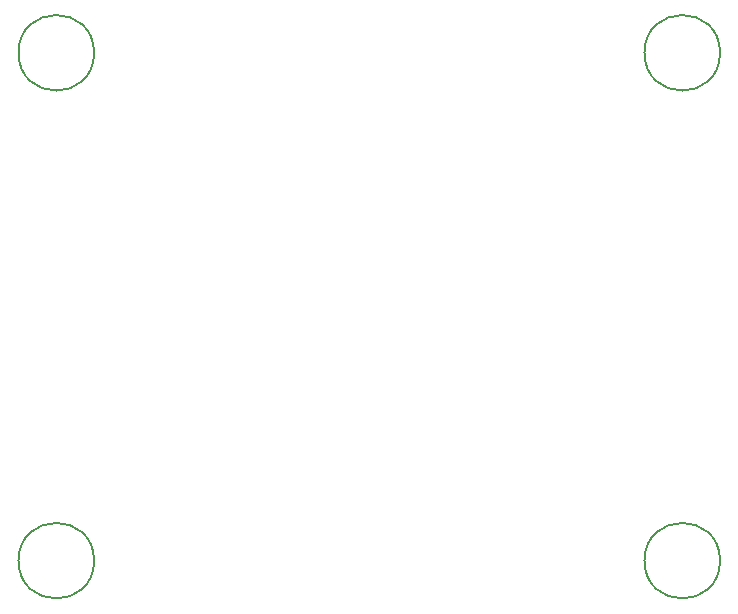
<source format=gbr>
%TF.GenerationSoftware,KiCad,Pcbnew,7.0.8*%
%TF.CreationDate,2024-07-02T10:47:19-04:00*%
%TF.ProjectId,motor-driver,6d6f746f-722d-4647-9269-7665722e6b69,rev?*%
%TF.SameCoordinates,Original*%
%TF.FileFunction,Other,Comment*%
%FSLAX46Y46*%
G04 Gerber Fmt 4.6, Leading zero omitted, Abs format (unit mm)*
G04 Created by KiCad (PCBNEW 7.0.8) date 2024-07-02 10:47:19*
%MOMM*%
%LPD*%
G01*
G04 APERTURE LIST*
%ADD10C,0.150000*%
G04 APERTURE END LIST*
D10*
%TO.C,REF\u002A\u002A*%
X179700000Y-131500000D02*
G75*
G03*
X179700000Y-131500000I-3200000J0D01*
G01*
X179700000Y-88500000D02*
G75*
G03*
X179700000Y-88500000I-3200000J0D01*
G01*
X126700000Y-131500000D02*
G75*
G03*
X126700000Y-131500000I-3200000J0D01*
G01*
X126700000Y-88500000D02*
G75*
G03*
X126700000Y-88500000I-3200000J0D01*
G01*
%TD*%
M02*

</source>
